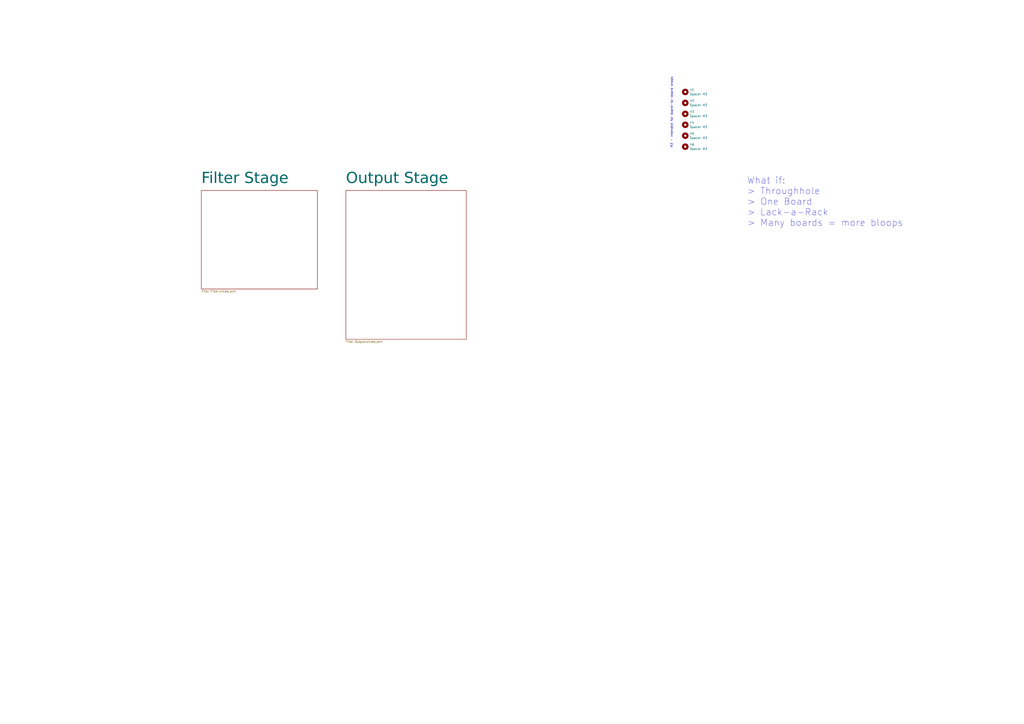
<source format=kicad_sch>
(kicad_sch (version 20231120) (generator "eeschema") (generator_version "8.0")
  (paper "A2")
  (title_block (title "Basiq Explorer") (date "2024-11-07") (rev "1.0") (company "velvia-fifty") (comment 1 "https://github.com/velvia-fifty/AudioThings") (comment 2 "If you only sent just one to the fab...") (comment 4 "Stay humble"))
  (lib_symbols
    (symbol "AT-Symbols:EURO_Express_x4" (in_bom no)
      (property "Reference" "J" (at 1.27 2.032 0))
      (symbol "EURO_Express_x4_0_0"
        (pin passive line (at 43.18 2.54 180) (length 2.54) (name "PRSNT_A") (number "A1"))
        (pin bidirectional line (at 43.18 -33.02 180) (length 2.54) (name "EURO_CV") (number "A10"))
        (pin passive line (at 43.18 -35.56 180) (length 2.54) (name "GND") (number "A11"))
        (pin power_out line (at 43.18 -40.64 180) (length 2.54) (name "USB_5V") (number "A12"))
        (pin bidirectional line (at 43.18 -43.18 180) (length 2.54) (name "USB_D-") (number "A13"))
        (pin bidirectional line (at 43.18 -52.07 180) (length 2.54) (name "Audio_Out_A") (number "A14"))
        (pin passive line (at 43.18 -54.61 180) (length 2.54) (name "GND") (number "A15"))
        (pin bidirectional line (at 43.18 -57.15 180) (length 2.54) (name "Audio_Out_B") (number "A16"))
        (pin passive line (at 43.18 -59.69 180) (length 2.54) (name "GND") (number "A17"))
        (pin bidirectional line (at 43.18 -62.23 180) (length 2.54) (name "Audio_Out_C") (number "A18"))
        (pin passive line (at 43.18 -64.77 180) (length 2.54) (name "GND") (number "A19"))
        (pin power_in line (at 43.18 -7.62 180) (length 2.54) (name "+5V") (number "A2"))
        (pin bidirectional line (at 43.18 -67.31 180) (length 2.54) (name "Audio_Out_D") (number "A20"))
        (pin passive line (at 43.18 -69.85 180) (length 2.54) (name "GND") (number "A21"))
        (pin passive line (at 43.18 -78.74 180) (length 2.54) (name "GND") (number "A23"))
        (pin passive line (at 43.18 -81.28 180) (length 2.54) (name "GND") (number "A26"))
        (pin passive line (at 43.18 -10.16 180) (length 2.54) (name "GND") (number "A3"))
        (pin power_in line (at 43.18 -12.7 180) (length 2.54) (name "+12V") (number "A4"))
        (pin passive line (at 43.18 -15.24 180) (length 2.54) (name "GND") (number "A5"))
        (pin passive line (at 43.18 -17.78 180) (length 2.54) (name "GND") (number "A6"))
        (pin power_in line (at 43.18 -20.32 180) (length 2.54) (name "-12V") (number "A7"))
        (pin passive line (at 43.18 -22.86 180) (length 2.54) (name "GND") (number "A8"))
        (pin bidirectional line (at 43.18 -30.48 180) (length 2.54) (name "EURO_GATE") (number "A9"))
        (pin passive line (at 8.89 -5.08 0) (length 2.54) (name "GND") (number "B1"))
        (pin bidirectional line (at 8.89 -33.02 0) (length 2.54) (name "OUT_CV") (number "B10"))
        (pin passive line (at 8.89 -35.56 0) (length 2.54) (name "GND") (number "B11"))
        (pin bidirectional line (at 8.89 -40.64 0) (length 2.54) (name "USB_D+") (number "B12"))
        (pin passive line (at 8.89 -43.18 0) (length 2.54) (name "GND") (number "B13"))
        (pin passive line (at 8.89 -52.07 0) (length 2.54) (name "GND") (number "B14"))
        (pin bidirectional line (at 8.89 -54.61 0) (length 2.54) (name "Audio_In_A") (number "B15"))
        (pin passive line (at 8.89 -57.15 0) (length 2.54) (name "GND") (number "B16"))
        (pin bidirectional line (at 8.89 -59.69 0) (length 2.54) (name "Audio_In_B") (number "B17"))
        (pin passive line (at 8.89 -62.23 0) (length 2.54) (name "GND") (number "B18"))
        (pin bidirectional line (at 8.89 -64.77 0) (length 2.54) (name "Audio_In_C") (number "B19"))
        (pin power_in line (at 8.89 -7.62 0) (length 2.54) (name "+5V") (number "B2"))
        (pin passive line (at 8.89 -67.31 0) (length 2.54) (name "GND") (number "B20"))
        (pin bidirectional line (at 8.89 -69.85 0) (length 2.54) (name "Audio_In_D") (number "B21"))
        (pin passive line (at 8.89 -81.28 0) (length 2.54) (name "GND") (number "B26"))
        (pin passive line (at 8.89 -10.16 0) (length 2.54) (name "GND") (number "B3"))
        (pin passive line (at 8.89 -83.82 0) (length 2.54) (name "GND") (number "B32"))
        (pin power_in line (at 8.89 -12.7 0) (length 2.54) (name "+12V") (number "B4"))
        (pin passive line (at 8.89 -15.24 0) (length 2.54) (name "GND") (number "B5"))
        (pin passive line (at 8.89 -17.78 0) (length 2.54) (name "GND") (number "B6"))
        (pin power_in line (at 8.89 -20.32 0) (length 2.54) (name "-12V") (number "B7"))
        (pin passive line (at 8.89 -22.86 0) (length 2.54) (name "GND") (number "B8"))
        (pin bidirectional line (at 8.89 -30.48 0) (length 2.54) (name "OUT_GATE") (number "B9"))
      )
      (symbol "EURO_Express_x4_1_1"
        (rectangle (start 11.43 5.08) (end 43.18 -105.41) (stroke (width 0) (color 72 0 0 1)))
        (pin passive line (at 43.18 0 180) (length 2.54) (name "PRSNT_B") (number "B31"))
      )
    )
    (symbol "Amplifier_Operational:TL072" (pin_names (offset 0.127))
      (property "Reference" "U" (at 0 5.08 0))
      (property "Value" "TL072" (at 0 -5.08 0))
      (symbol "TL072_1_1"
        (polyline (pts (xy -5.08 5.08) (xy 5.08 0) (xy -5.08 -5.08) (xy -5.08 5.08)) (stroke (width 0.254)) (fill (type background)))
        (pin output line (at 7.62 0 180) (length 2.54) (name "~") (number "1"))
        (pin input line (at -7.62 -2.54 0) (length 2.54) (name "-") (number "2"))
        (pin input line (at -7.62 2.54 0) (length 2.54) (name "+") (number "3"))
      )
      (symbol "TL072_2_1"
        (polyline (pts (xy -5.08 5.08) (xy 5.08 0) (xy -5.08 -5.08) (xy -5.08 5.08)) (stroke (width 0.254)) (fill (type background)))
        (pin input line (at -7.62 2.54 0) (length 2.54) (name "+") (number "5"))
        (pin input line (at -7.62 -2.54 0) (length 2.54) (name "-") (number "6"))
        (pin output line (at 7.62 0 180) (length 2.54) (name "~") (number "7"))
      )
      (symbol "TL072_3_1"
        (pin power_in line (at -2.54 -7.62 90) (length 3.81) (name "V-") (number "4"))
        (pin power_in line (at -2.54 7.62 270) (length 3.81) (name "V+") (number "8"))
      )
    )
    (symbol "Connector:DIN41612_02x32_AB" (pin_names (offset 1.016) hide)
      (property "Reference" "J" (at 1.27 40.64 0))
      (property "Value" "DIN41612_02x32_AB" (at 1.27 -43.18 0))
      (symbol "DIN41612_02x32_AB_1_1"
        (rectangle (start -1.27 -40.513) (end 0 -40.767) (stroke (width 0.1524)))
        (rectangle (start -1.27 -37.973) (end 0 -38.227) (stroke (width 0.1524)))
        (rectangle (start -1.27 -35.433) (end 0 -35.687) (stroke (width 0.1524)))
        (rectangle (start -1.27 -32.893) (end 0 -33.147) (stroke (width 0.1524)))
        (rectangle (start -1.27 -30.353) (end 0 -30.607) (stroke (width 0.1524)))
        (rectangle (start -1.27 -27.813) (end 0 -28.067) (stroke (width 0.1524)))
        (rectangle (start -1.27 -25.273) (end 0 -25.527) (stroke (width 0.1524)))
        (rectangle (start -1.27 -22.733) (end 0 -22.987) (stroke (width 0.1524)))
        (rectangle (start -1.27 -20.193) (end 0 -20.447) (stroke (width 0.1524)))
        (rectangle (start -1.27 -17.653) (end 0 -17.907) (stroke (width 0.1524)))
        (rectangle (start -1.27 -15.113) (end 0 -15.367) (stroke (width 0.1524)))
        (rectangle (start -1.27 -12.573) (end 0 -12.827) (stroke (width 0.1524)))
        (rectangle (start -1.27 -10.033) (end 0 -10.287) (stroke (width 0.1524)))
        (rectangle (start -1.27 -7.493) (end 0 -7.747) (stroke (width 0.1524)))
        (rectangle (start -1.27 -4.953) (end 0 -5.207) (stroke (width 0.1524)))
        (rectangle (start -1.27 -2.413) (end 0 -2.667) (stroke (width 0.1524)))
        (rectangle (start -1.27 0.127) (end 0 -0.127) (stroke (width 0.1524)))
        (rectangle (start -1.27 2.667) (end 0 2.413) (stroke (width 0.1524)))
        (rectangle (start -1.27 5.207) (end 0 4.953) (stroke (width 0.1524)))
        (rectangle (start -1.27 7.747) (end 0 7.493) (stroke (width 0.1524)))
        (rectangle (start -1.27 10.287) (end 0 10.033) (stroke (width 0.1524)))
        (rectangle (start -1.27 12.827) (end 0 12.573) (stroke (width 0.1524)))
        (rectangle (start -1.27 15.367) (end 0 15.113) (stroke (width 0.1524)))
        (rectangle (start -1.27 17.907) (end 0 17.653) (stroke (width 0.1524)))
        (rectangle (start -1.27 20.447) (end 0 20.193) (stroke (width 0.1524)))
        (rectangle (start -1.27 22.987) (end 0 22.733) (stroke (width 0.1524)))
        (rectangle (start -1.27 25.527) (end 0 25.273) (stroke (width 0.1524)))
        (rectangle (start -1.27 28.067) (end 0 27.813) (stroke (width 0.1524)))
        (rectangle (start -1.27 30.607) (end 0 30.353) (stroke (width 0.1524)))
        (rectangle (start -1.27 33.147) (end 0 32.893) (stroke (width 0.1524)))
        (rectangle (start -1.27 35.687) (end 0 35.433) (stroke (width 0.1524)))
        (rectangle (start -1.27 38.227) (end 0 37.973) (stroke (width 0.1524)))
        (rectangle (start -1.27 39.37) (end 3.81 -41.91) (stroke (width 0.254)) (fill (type background)))
        (rectangle (start 3.81 -40.513) (end 2.54 -40.767) (stroke (width 0.1524)))
        (rectangle (start 3.81 -37.973) (end 2.54 -38.227) (stroke (width 0.1524)))
        (rectangle (start 3.81 -35.433) (end 2.54 -35.687) (stroke (width 0.1524)))
        (rectangle (start 3.81 -32.893) (end 2.54 -33.147) (stroke (width 0.1524)))
        (rectangle (start 3.81 -30.353) (end 2.54 -30.607) (stroke (width 0.1524)))
        (rectangle (start 3.81 -27.813) (end 2.54 -28.067) (stroke (width 0.1524)))
        (rectangle (start 3.81 -25.273) (end 2.54 -25.527) (stroke (width 0.1524)))
        (rectangle (start 3.81 -22.733) (end 2.54 -22.987) (stroke (width 0.1524)))
        (rectangle (start 3.81 -20.193) (end 2.54 -20.447) (stroke (width 0.1524)))
        (rectangle (start 3.81 -17.653) (end 2.54 -17.907) (stroke (width 0.1524)))
        (rectangle (start 3.81 -15.113) (end 2.54 -15.367) (stroke (width 0.1524)))
        (rectangle (start 3.81 -12.573) (end 2.54 -12.827) (stroke (width 0.1524)))
        (rectangle (start 3.81 -10.033) (end 2.54 -10.287) (stroke (width 0.1524)))
        (rectangle (start 3.81 -7.493) (end 2.54 -7.747) (stroke (width 0.1524)))
        (rectangle (start 3.81 -4.953) (end 2.54 -5.207) (stroke (width 0.1524)))
        (rectangle (start 3.81 -2.413) (end 2.54 -2.667) (stroke (width 0.1524)))
        (rectangle (start 3.81 0.127) (end 2.54 -0.127) (stroke (width 0.1524)))
        (rectangle (start 3.81 2.667) (end 2.54 2.413) (stroke (width 0.1524)))
        (rectangle (start 3.81 5.207) (end 2.54 4.953) (stroke (width 0.1524)))
        (rectangle (start 3.81 7.747) (end 2.54 7.493) (stroke (width 0.1524)))
        (rectangle (start 3.81 10.287) (end 2.54 10.033) (stroke (width 0.1524)))
        (rectangle (start 3.81 12.827) (end 2.54 12.573) (stroke (width 0.1524)))
        (rectangle (start 3.81 15.367) (end 2.54 15.113) (stroke (width 0.1524)))
        (rectangle (start 3.81 17.907) (end 2.54 17.653) (stroke (width 0.1524)))
        (rectangle (start 3.81 20.447) (end 2.54 20.193) (stroke (width 0.1524)))
        (rectangle (start 3.81 22.987) (end 2.54 22.733) (stroke (width 0.1524)))
        (rectangle (start 3.81 25.527) (end 2.54 25.273) (stroke (width 0.1524)))
        (rectangle (start 3.81 28.067) (end 2.54 27.813) (stroke (width 0.1524)))
        (rectangle (start 3.81 30.607) (end 2.54 30.353) (stroke (width 0.1524)))
        (rectangle (start 3.81 33.147) (end 2.54 32.893) (stroke (width 0.1524)))
        (rectangle (start 3.81 35.687) (end 2.54 35.433) (stroke (width 0.1524)))
        (rectangle (start 3.81 38.227) (end 2.54 37.973) (stroke (width 0.1524)))
        (pin passive line (at -5.08 38.1 0) (length 3.81) (name "Pin_a1") (number "a1"))
        (pin passive line (at -5.08 15.24 0) (length 3.81) (name "Pin_a10") (number "a10"))
        (pin passive line (at -5.08 12.7 0) (length 3.81) (name "Pin_a11") (number "a11"))
        (pin passive line (at -5.08 10.16 0) (length 3.81) (name "Pin_a12") (number "a12"))
        (pin passive line (at -5.08 7.62 0) (length 3.81) (name "Pin_a13") (number "a13"))
        (pin passive line (at -5.08 5.08 0) (length 3.81) (name "Pin_a14") (number "a14"))
        (pin passive line (at -5.08 2.54 0) (length 3.81) (name "Pin_a15") (number "a15"))
        (pin passive line (at -5.08 0 0) (length 3.81) (name "Pin_a16") (number "a16"))
        (pin passive line (at -5.08 -2.54 0) (length 3.81) (name "Pin_a17") (number "a17"))
        (pin passive line (at -5.08 -5.08 0) (length 3.81) (name "Pin_a18") (number "a18"))
        (pin passive line (at -5.08 -7.62 0) (length 3.81) (name "Pin_a19") (number "a19"))
        (pin passive line (at -5.08 35.56 0) (length 3.81) (name "Pin_a2") (number "a2"))
        (pin passive line (at -5.08 -10.16 0) (length 3.81) (name "Pin_a20") (number "a20"))
        (pin passive line (at -5.08 -12.7 0) (length 3.81) (name "Pin_a21") (number "a21"))
        (pin passive line (at -5.08 -15.24 0) (length 3.81) (name "Pin_a22") (number "a22"))
        (pin passive line (at -5.08 -17.78 0) (length 3.81) (name "Pin_a23") (number "a23"))
        (pin passive line (at -5.08 -20.32 0) (length 3.81) (name "Pin_a24") (number "a24"))
        (pin passive line (at -5.08 -22.86 0) (length 3.81) (name "Pin_a25") (number "a25"))
        (pin passive line (at -5.08 -25.4 0) (length 3.81) (name "Pin_a26") (number "a26"))
        (pin passive line (at -5.08 -27.94 0) (length 3.81) (name "Pin_a27") (number "a27"))
        (pin passive line (at -5.08 -30.48 0) (length 3.81) (name "Pin_a28") (number "a28"))
        (pin passive line (at -5.08 -33.02 0) (length 3.81) (name "Pin_a29") (number "a29"))
        (pin passive line (at -5.08 33.02 0) (length 3.81) (name "Pin_a3") (number "a3"))
        (pin passive line (at -5.08 -35.56 0) (length 3.81) (name "Pin_a30") (number "a30"))
        (pin passive line (at -5.08 -38.1 0) (length 3.81) (name "Pin_a31") (number "a31"))
        (pin passive line (at -5.08 -40.64 0) (length 3.81) (name "Pin_a32") (number "a32"))
        (pin passive line (at -5.08 30.48 0) (length 3.81) (name "Pin_a4") (number "a4"))
        (pin passive line (at -5.08 27.94 0) (length 3.81) (name "Pin_a5") (number "a5"))
        (pin passive line (at -5.08 25.4 0) (length 3.81) (name "Pin_a6") (number "a6"))
        (pin passive line (at -5.08 22.86 0) (length 3.81) (name "Pin_a7") (number "a7"))
        (pin passive line (at -5.08 20.32 0) (length 3.81) (name "Pin_a8") (number "a8"))
        (pin passive line (at -5.08 17.78 0) (length 3.81) (name "Pin_a9") (number "a9"))
        (pin passive line (at 7.62 38.1 180) (length 3.81) (name "Pin_b1") (number "b1"))
        (pin passive line (at 7.62 15.24 180) (length 3.81) (name "Pin_b10") (number "b10"))
        (pin passive line (at 7.62 12.7 180) (length 3.81) (name "Pin_b11") (number "b11"))
        (pin passive line (at 7.62 10.16 180) (length 3.81) (name "Pin_b12") (number "b12"))
        (pin passive line (at 7.62 7.62 180) (length 3.81) (name "Pin_b13") (number "b13"))
        (pin passive line (at 7.62 5.08 180) (length 3.81) (name "Pin_b14") (number "b14"))
        (pin passive line (at 7.62 2.54 180) (length 3.81) (name "Pin_b15") (number "b15"))
        (pin passive line (at 7.62 0 180) (length 3.81) (name "Pin_b16") (number "b16"))
        (pin passive line (at 7.62 -2.54 180) (length 3.81) (name "Pin_b17") (number "b17"))
        (pin passive line (at 7.62 -5.08 180) (length 3.81) (name "Pin_b18") (number "b18"))
        (pin passive line (at 7.62 -7.62 180) (length 3.81) (name "Pin_b19") (number "b19"))
        (pin passive line (at 7.62 35.56 180) (length 3.81) (name "Pin_b2") (number "b2"))
        (pin passive line (at 7.62 -10.16 180) (length 3.81) (name "Pin_b20") (number "b20"))
        (pin passive line (at 7.62 -12.7 180) (length 3.81) (name "Pin_b21") (number "b21"))
        (pin passive line (at 7.62 -15.24 180) (length 3.81) (name "Pin_b22") (number "b22"))
        (pin passive line (at 7.62 -17.78 180) (length 3.81) (name "Pin_b23") (number "b23"))
        (pin passive line (at 7.62 -20.32 180) (length 3.81) (name "Pin_b24") (number "b24"))
        (pin passive line (at 7.62 -22.86 180) (length 3.81) (name "Pin_b25") (number "b25"))
        (pin passive line (at 7.62 -25.4 180) (length 3.81) (name "Pin_b26") (number "b26"))
        (pin passive line (at 7.62 -27.94 180) (length 3.81) (name "Pin_b27") (number "b27"))
        (pin passive line (at 7.62 -30.48 180) (length 3.81) (name "Pin_b28") (number "b28"))
        (pin passive line (at 7.62 -33.02 180) (length 3.81) (name "Pin_b29") (number "b29"))
        (pin passive line (at 7.62 33.02 180) (length 3.81) (name "Pin_b3") (number "b3"))
        (pin passive line (at 7.62 -35.56 180) (length 3.81) (name "Pin_b30") (number "b30"))
        (pin passive line (at 7.62 -38.1 180) (length 3.81) (name "Pin_b31") (number "b31"))
        (pin passive line (at 7.62 -40.64 180) (length 3.81) (name "Pin_b32") (number "b32"))
        (pin passive line (at 7.62 30.48 180) (length 3.81) (name "Pin_b4") (number "b4"))
        (pin passive line (at 7.62 27.94 180) (length 3.81) (name "Pin_b5") (number "b5"))
        (pin passive line (at 7.62 25.4 180) (length 3.81) (name "Pin_b6") (number "b6"))
        (pin passive line (at 7.62 22.86 180) (length 3.81) (name "Pin_b7") (number "b7"))
        (pin passive line (at 7.62 20.32 180) (length 3.81) (name "Pin_b8") (number "b8"))
        (pin passive line (at 7.62 17.78 180) (length 3.81) (name "Pin_b9") (number "b9"))
      )
    )
    (symbol "Connector_Generic:Conn_02x08_Odd_Even" (pin_names (offset 1.016) hide)
      (property "Reference" "J" (at 1.27 10.16 0))
      (property "Value" "Conn_02x08_Odd_Even" (at 1.27 -12.7 0))
      (symbol "Conn_02x08_Odd_Even_1_1"
        (rectangle (start -1.27 -10.033) (end 0 -10.287) (stroke (width 0.1524)))
        (rectangle (start -1.27 -7.493) (end 0 -7.747) (stroke (width 0.1524)))
        (rectangle (start -1.27 -4.953) (end 0 -5.207) (stroke (width 0.1524)))
        (rectangle (start -1.27 -2.413) (end 0 -2.667) (stroke (width 0.1524)))
        (rectangle (start -1.27 0.127) (end 0 -0.127) (stroke (width 0.1524)))
        (rectangle (start -1.27 2.667) (end 0 2.413) (stroke (width 0.1524)))
        (rectangle (start -1.27 5.207) (end 0 4.953) (stroke (width 0.1524)))
        (rectangle (start -1.27 7.747) (end 0 7.493) (stroke (width 0.1524)))
        (rectangle (start -1.27 8.89) (end 3.81 -11.43) (stroke (width 0.254)) (fill (type background)))
        (rectangle (start 3.81 -10.033) (end 2.54 -10.287) (stroke (width 0.1524)))
        (rectangle (start 3.81 -7.493) (end 2.54 -7.747) (stroke (width 0.1524)))
        (rectangle (start 3.81 -4.953) (end 2.54 -5.207) (stroke (width 0.1524)))
        (rectangle (start 3.81 -2.413) (end 2.54 -2.667) (stroke (width 0.1524)))
        (rectangle (start 3.81 0.127) (end 2.54 -0.127) (stroke (width 0.1524)))
        (rectangle (start 3.81 2.667) (end 2.54 2.413) (stroke (width 0.1524)))
        (rectangle (start 3.81 5.207) (end 2.54 4.953) (stroke (width 0.1524)))
        (rectangle (start 3.81 7.747) (end 2.54 7.493) (stroke (width 0.1524)))
        (pin passive line (at -5.08 7.62 0) (length 3.81) (name "Pin_1") (number "1"))
        (pin passive line (at 7.62 -2.54 180) (length 3.81) (name "Pin_10") (number "10"))
        (pin passive line (at -5.08 -5.08 0) (length 3.81) (name "Pin_11") (number "11"))
        (pin passive line (at 7.62 -5.08 180) (length 3.81) (name "Pin_12") (number "12"))
        (pin passive line (at -5.08 -7.62 0) (length 3.81) (name "Pin_13") (number "13"))
        (pin passive line (at 7.62 -7.62 180) (length 3.81) (name "Pin_14") (number "14"))
        (pin passive line (at -5.08 -10.16 0) (length 3.81) (name "Pin_15") (number "15"))
        (pin passive line (at 7.62 -10.16 180) (length 3.81) (name "Pin_16") (number "16"))
        (pin passive line (at 7.62 7.62 180) (length 3.81) (name "Pin_2") (number "2"))
        (pin passive line (at -5.08 5.08 0) (length 3.81) (name "Pin_3") (number "3"))
        (pin passive line (at 7.62 5.08 180) (length 3.81) (name "Pin_4") (number "4"))
        (pin passive line (at -5.08 2.54 0) (length 3.81) (name "Pin_5") (number "5"))
        (pin passive line (at 7.62 2.54 180) (length 3.81) (name "Pin_6") (number "6"))
        (pin passive line (at -5.08 0 0) (length 3.81) (name "Pin_7") (number "7"))
        (pin passive line (at 7.62 0 180) (length 3.81) (name "Pin_8") (number "8"))
        (pin passive line (at -5.08 -2.54 0) (length 3.81) (name "Pin_9") (number "9"))
      )
    )
    (symbol "Device:C" (pin_numbers hide) (pin_names (offset 0.254))
      (property "Reference" "C" (at 0.635 2.54 0))
      (property "Value" "C" (at 0.635 -2.54 0))
      (symbol "C_0_1"
        (polyline (pts (xy -2.032 -0.762) (xy 2.032 -0.762)) (stroke (width 0.508)))
        (polyline (pts (xy -2.032 0.762) (xy 2.032 0.762)) (stroke (width 0.508)))
      )
      (symbol "C_1_1"
        (pin passive line (at 0 3.81 270) (length 2.794) (name "~") (number "1"))
        (pin passive line (at 0 -3.81 90) (length 2.794) (name "~") (number "2"))
      )
    )
    (symbol "Device:LED" (pin_numbers hide) (pin_names (offset 1.016) hide)
      (property "Reference" "D" (at 0 2.54 0))
      (property "Value" "LED" (at 0 -2.54 0))
      (symbol "LED_0_1"
        (polyline (pts (xy -1.27 -1.27) (xy -1.27 1.27)) (stroke (width 0.254)))
        (polyline (pts (xy -1.27 0) (xy 1.27 0)))
        (polyline (pts (xy 1.27 -1.27) (xy 1.27 1.27) (xy -1.27 0) (xy 1.27 -1.27)) (stroke (width 0.254)))
        (polyline (pts (xy -3.048 -0.762) (xy -4.572 -2.286) (xy -3.81 -2.286) (xy -4.572 -2.286) (xy -4.572 -1.524)))
        (polyline (pts (xy -1.778 -0.762) (xy -3.302 -2.286) (xy -2.54 -2.286) (xy -3.302 -2.286) (xy -3.302 -1.524)))
      )
      (symbol "LED_1_1"
        (pin passive line (at -3.81 0 0) (length 2.54) (name "K") (number "1"))
        (pin passive line (at 3.81 0 180) (length 2.54) (name "A") (number "2"))
      )
    )
    (symbol "Device:R" (pin_numbers hide) (pin_names (offset 0))
      (property "Reference" "R" (at 2.032 0 90))
      (property "Value" "R" (at 0 0 90))
      (symbol "R_0_1"
        (rectangle (start -1.016 -2.54) (end 1.016 2.54) (stroke (width 0.254)))
      )
      (symbol "R_1_1"
        (pin passive line (at 0 3.81 270) (length 1.27) (name "~") (number "1"))
        (pin passive line (at 0 -3.81 90) (length 1.27) (name "~") (number "2"))
      )
    )
    (symbol "Mechanical:MountingHole" (pin_names (offset 1.016)) (exclude_from_sim yes) (in_bom no)
      (property "Reference" "H" (at 0 5.08 0))
      (property "Value" "MountingHole" (at 0 3.175 0))
      (symbol "MountingHole_0_1"
        (circle (center 0 0) (radius 1.27) (stroke (width 1.27)))
      )
    )
    (symbol "power:+12V" (power) (pin_numbers hide) (pin_names (offset 0) hide)
      (property "Value" "+12V" (at 0 3.556 0))
      (symbol "+12V_0_1"
        (polyline (pts (xy -0.762 1.27) (xy 0 2.54)))
        (polyline (pts (xy 0 0) (xy 0 2.54)))
        (polyline (pts (xy 0 2.54) (xy 0.762 1.27)))
      )
      (symbol "+12V_1_1"
        (pin power_in line (at 0 0 90) (length 0) (name "~") (number "1"))
      )
    )
    (symbol "power:+5V" (power) (pin_numbers hide) (pin_names (offset 0) hide)
      (property "Value" "+5V" (at 0 3.556 0))
      (symbol "+5V_0_1"
        (polyline (pts (xy -0.762 1.27) (xy 0 2.54)))
        (polyline (pts (xy 0 0) (xy 0 2.54)))
        (polyline (pts (xy 0 2.54) (xy 0.762 1.27)))
      )
      (symbol "+5V_1_1"
        (pin power_in line (at 0 0 90) (length 0) (name "~") (number "1"))
      )
    )
    (symbol "power:-12V" (power) (pin_numbers hide) (pin_names (offset 0) hide)
      (property "Value" "-12V" (at 0 3.556 0))
      (symbol "-12V_0_0"
        (pin power_in line (at 0 0 90) (length 0) (name "~") (number "1"))
      )
      (symbol "-12V_0_1"
        (polyline (pts (xy 0 0) (xy 0 1.27) (xy 0.762 1.27) (xy 0 2.54) (xy -0.762 1.27) (xy 0 1.27)) (fill (type outline)))
      )
    )
    (symbol "power:GND" (power) (pin_numbers hide) (pin_names (offset 0) hide)
      (property "Value" "GND" (at 0 -3.81 0))
      (symbol "GND_0_1"
        (polyline (pts (xy 0 0) (xy 0 -1.27) (xy 1.27 -1.27) (xy 0 -2.54) (xy -1.27 -1.27) (xy 0 -1.27)))
      )
      (symbol "GND_1_1"
        (pin power_in line (at 0 0 270) (length 0) (name "~") (number "1"))
      )
    )
  )
  (junction (at 337.82 -133.35))
  (junction (at 379.73 -128.27))
  (junction (at 379.73 -133.35))
  (junction (at 337.82 -128.27))
  (junction (at 454.66 -208.28))
  (junction (at 328.93 -130.81))
  (junction (at 486.41 -208.28))
  (junction (at 379.73 -135.89))
  (junction (at 337.82 -135.89))
  (junction (at 304.8 -130.81))
  (junction (at 332.74 -157.48))
  (junction (at 328.93 -144.78))
  (junction (at 337.82 -140.97))
  (junction (at 304.8 -144.78))
  (junction (at 328.93 -127))
  (junction (at 516.89 -208.28))
  (wire (pts (xy 170.18 -125.73) (xy 172.72 -125.73)))
  (wire (pts (xy 185.42 -105.41) (xy 187.96 -105.41)))
  (wire (pts (xy 337.82 -146.05) (xy 337.82 -140.97)))
  (wire (pts (xy 377.19 -133.35) (xy 379.73 -133.35)))
  (wire (pts (xy 516.89 -200.66) (xy 516.89 -198.12)))
  (wire (pts (xy 467.36 -198.12) (xy 467.36 -200.66)))
  (wire (pts (xy 405.13 -161.29) (xy 405.13 -166.37)))
  (wire (pts (xy 332.74 -143.51) (xy 342.9 -143.51)))
  (wire (pts (xy 170.18 -107.95) (xy 172.72 -107.95)))
  (wire (pts (xy 187.96 -102.87) (xy 185.42 -102.87)))
  (wire (pts (xy 187.96 -100.33) (xy 185.42 -100.33)))
  (wire (pts (xy 304.8 -157.48) (xy 304.8 -144.78)))
  (wire (pts (xy 170.18 -140.97) (xy 172.72 -140.97)))
  (wire (pts (xy 187.96 -176.53) (xy 185.42 -176.53)))
  (wire (pts (xy 309.88 -217.17) (xy 313.69 -217.17)))
  (polyline (pts (xy 162.56 -113.03) (xy 218.44 -113.03)))
  (wire (pts (xy 170.18 -153.67) (xy 172.72 -153.67)))
  (wire (pts (xy 187.96 -171.45) (xy 185.42 -171.45)))
  (wire (pts (xy 379.73 -133.35) (xy 379.73 -128.27)))
  (wire (pts (xy 187.96 -113.03) (xy 185.42 -113.03)))
  (wire (pts (xy 516.89 -198.12) (xy 529.59 -198.12)))
  (wire (pts (xy 499.11 -198.12) (xy 499.11 -200.66)))
  (wire (pts (xy 337.82 -128.27) (xy 337.82 -127)))
  (wire (pts (xy 187.96 -166.37) (xy 185.42 -166.37)))
  (wire (pts (xy 337.82 -133.35) (xy 337.82 -128.27)))
  (wire (pts (xy 187.96 -115.57) (xy 185.42 -115.57)))
  (wire (pts (xy 379.73 -135.89) (xy 379.73 -133.35)))
  (wire (pts (xy 187.96 -133.35) (xy 185.42 -133.35)))
  (wire (pts (xy 187.96 -146.05) (xy 185.42 -146.05)))
  (wire (pts (xy 187.96 -140.97) (xy 185.42 -140.97)))
  (wire (pts (xy 309.88 -222.25) (xy 313.69 -222.25)))
  (wire (pts (xy 187.96 -148.59) (xy 185.42 -148.59)))
  (wire (pts (xy 454.66 -208.28) (xy 477.52 -208.28)))
  (wire (pts (xy 454.66 -198.12) (xy 467.36 -198.12)))
  (wire (pts (xy 170.18 -161.29) (xy 172.72 -161.29)))
  (wire (pts (xy 187.96 -143.51) (xy 185.42 -143.51)))
  (wire (pts (xy 337.82 -140.97) (xy 337.82 -135.89)))
  (wire (pts (xy 337.82 -135.89) (xy 337.82 -133.35)))
  (wire (pts (xy 486.41 -198.12) (xy 499.11 -198.12)))
  (wire (pts (xy 392.43 -166.37) (xy 394.97 -166.37)))
  (wire (pts (xy 379.73 -140.97) (xy 379.73 -135.89)))
  (wire (pts (xy 170.18 -128.27) (xy 172.72 -128.27)))
  (wire (pts (xy 516.89 -218.44) (xy 529.59 -218.44)))
  (wire (pts (xy 330.2 -217.17) (xy 326.39 -217.17)))
  (wire (pts (xy 170.18 -123.19) (xy 172.72 -123.19)))
  (wire (pts (xy 342.9 -140.97) (xy 337.82 -140.97)))
  (wire (pts (xy 516.89 -208.28) (xy 539.75 -208.28)))
  (wire (pts (xy 187.96 -173.99) (xy 185.42 -173.99)))
  (wire (pts (xy 388.62 -143.51) (xy 377.19 -143.51)))
  (wire (pts (xy 405.13 -166.37) (xy 402.59 -166.37)))
  (wire (pts (xy 187.96 -130.81) (xy 185.42 -130.81)))
  (wire (pts (xy 328.93 -144.78) (xy 322.58 -144.78)))
  (wire (pts (xy 187.96 -118.11) (xy 185.42 -118.11)))
  (wire (pts (xy 312.42 -144.78) (xy 314.96 -144.78)))
  (wire (pts (xy 170.18 -105.41) (xy 172.72 -105.41)))
  (wire (pts (xy 170.18 -171.45) (xy 172.72 -171.45)))
  (wire (pts (xy 337.82 -127) (xy 328.93 -127)))
  (wire (pts (xy 170.18 -100.33) (xy 172.72 -100.33)))
  (wire (pts (xy 309.88 -229.87) (xy 313.69 -229.87)))
  (wire (pts (xy 499.11 -218.44) (xy 499.11 -215.9)))
  (wire (pts (xy 379.73 -128.27) (xy 377.19 -128.27)))
  (wire (pts (xy 322.58 -157.48) (xy 332.74 -157.48)))
  (wire (pts (xy 377.19 -140.97) (xy 379.73 -140.97)))
  (wire (pts (xy 187.96 -128.27) (xy 185.42 -128.27)))
  (wire (pts (xy 187.96 -138.43) (xy 185.42 -138.43)))
  (wire (pts (xy 187.96 -107.95) (xy 185.42 -107.95)))
  (wire (pts (xy 187.96 -120.65) (xy 185.42 -120.65)))
  (wire (pts (xy 187.96 -158.75) (xy 185.42 -158.75)))
  (wire (pts (xy 304.8 -144.78) (xy 304.8 -130.81)))
  (wire (pts (xy 342.9 -138.43) (xy 328.93 -138.43)))
  (wire (pts (xy 377.19 -135.89) (xy 379.73 -135.89)))
  (wire (pts (xy 170.18 -133.35) (xy 172.72 -133.35)))
  (wire (pts (xy 185.42 -179.07) (xy 187.96 -179.07)))
  (wire (pts (xy 332.74 -157.48) (xy 332.74 -143.51)))
  (wire (pts (xy 187.96 -156.21) (xy 185.42 -156.21)))
  (wire (pts (xy 187.96 -125.73) (xy 185.42 -125.73)))
  (wire (pts (xy 170.18 -173.99) (xy 172.72 -173.99)))
  (wire (pts (xy 170.18 -158.75) (xy 172.72 -158.75)))
  (wire (pts (xy 388.62 -130.81) (xy 377.19 -130.81)))
  (wire (pts (xy 170.18 -146.05) (xy 172.72 -146.05)))
  (wire (pts (xy 309.88 -214.63) (xy 313.69 -214.63)))
  (polyline (pts (xy 162.56 -128.27) (xy 218.44 -128.27)))
  (wire (pts (xy 187.96 -168.91) (xy 185.42 -168.91)))
  (wire (pts (xy 170.18 -166.37) (xy 172.72 -166.37)))
  (wire (pts (xy 486.41 -218.44) (xy 499.11 -218.44)))
  (wire (pts (xy 342.9 -146.05) (xy 337.82 -146.05)))
  (wire (pts (xy 309.88 -219.71) (xy 313.69 -219.71)))
  (wire (pts (xy 312.42 -130.81) (xy 314.96 -130.81)))
  (wire (pts (xy 170.18 -118.11) (xy 172.72 -118.11)))
  (wire (pts (xy 170.18 -163.83) (xy 172.72 -163.83)))
  (wire (pts (xy 170.18 -156.21) (xy 172.72 -156.21)))
  (wire (pts (xy 187.96 -110.49) (xy 185.42 -110.49)))
  (wire (pts (xy 337.82 -128.27) (xy 342.9 -128.27)))
  (wire (pts (xy 170.18 -179.07) (xy 172.72 -179.07)))
  (wire (pts (xy 388.62 -161.29) (xy 405.13 -161.29)))
  (wire (pts (xy 529.59 -218.44) (xy 529.59 -215.9)))
  (wire (pts (xy 312.42 -157.48) (xy 314.96 -157.48)))
  (wire (pts (xy 330.2 -229.87) (xy 326.39 -229.87)))
  (wire (pts (xy 486.41 -200.66) (xy 486.41 -198.12)))
  (wire (pts (xy 486.41 -215.9) (xy 486.41 -218.44)))
  (wire (pts (xy 170.18 -148.59) (xy 172.72 -148.59)))
  (wire (pts (xy 383.54 -166.37) (xy 384.81 -166.37)))
  (wire (pts (xy 309.88 -224.79) (xy 313.69 -224.79)))
  (wire (pts (xy 187.96 -153.67) (xy 185.42 -153.67)))
  (wire (pts (xy 170.18 -115.57) (xy 172.72 -115.57)))
  (wire (pts (xy 187.96 -135.89) (xy 185.42 -135.89)))
  (wire (pts (xy 170.18 -151.13) (xy 172.72 -151.13)))
  (wire (pts (xy 309.88 -227.33) (xy 313.69 -227.33)))
  (wire (pts (xy 170.18 -138.43) (xy 172.72 -138.43)))
  (wire (pts (xy 467.36 -218.44) (xy 467.36 -215.9)))
  (wire (pts (xy 170.18 -176.53) (xy 172.72 -176.53)))
  (wire (pts (xy 330.2 -222.25) (xy 326.39 -222.25)))
  (wire (pts (xy 322.58 -130.81) (xy 328.93 -130.81)))
  (polyline (pts (xy 162.56 -148.59) (xy 218.44 -148.59)))
  (wire (pts (xy 454.66 -200.66) (xy 454.66 -198.12)))
  (wire (pts (xy 328.93 -138.43) (xy 328.93 -144.78)))
  (wire (pts (xy 304.8 -127) (xy 304.8 -130.81)))
  (wire (pts (xy 454.66 -215.9) (xy 454.66 -218.44)))
  (wire (pts (xy 342.9 -133.35) (xy 337.82 -133.35)))
  (wire (pts (xy 187.96 -123.19) (xy 185.42 -123.19)))
  (wire (pts (xy 377.19 -153.67) (xy 383.54 -153.67)))
  (wire (pts (xy 170.18 -135.89) (xy 172.72 -135.89)))
  (wire (pts (xy 388.62 -161.29) (xy 388.62 -151.13)))
  (wire (pts (xy 330.2 -227.33) (xy 326.39 -227.33)))
  (wire (pts (xy 170.18 -168.91) (xy 172.72 -168.91)))
  (wire (pts (xy 309.88 -212.09) (xy 313.69 -212.09)))
  (wire (pts (xy 529.59 -198.12) (xy 529.59 -200.66)))
  (wire (pts (xy 342.9 -135.89) (xy 337.82 -135.89)))
  (wire (pts (xy 170.18 -130.81) (xy 172.72 -130.81)))
  (wire (pts (xy 486.41 -208.28) (xy 509.27 -208.28)))
  (polyline (pts (xy 162.56 -153.67) (xy 218.44 -153.67)))
  (wire (pts (xy 330.2 -212.09) (xy 326.39 -212.09)))
  (wire (pts (xy 328.93 -127) (xy 304.8 -127)))
  (wire (pts (xy 328.93 -130.81) (xy 342.9 -130.81)))
  (wire (pts (xy 330.2 -219.71) (xy 326.39 -219.71)))
  (wire (pts (xy 454.66 -218.44) (xy 467.36 -218.44)))
  (wire (pts (xy 170.18 -102.87) (xy 172.72 -102.87)))
  (wire (pts (xy 187.96 -161.29) (xy 185.42 -161.29)))
  (wire (pts (xy 187.96 -163.83) (xy 185.42 -163.83)))
  (wire (pts (xy 330.2 -224.79) (xy 326.39 -224.79)))
  (wire (pts (xy 187.96 -151.13) (xy 185.42 -151.13)))
  (wire (pts (xy 170.18 -120.65) (xy 172.72 -120.65)))
  (wire (pts (xy 383.54 -166.37) (xy 383.54 -153.67)))
  (wire (pts (xy 392.43 -138.43) (xy 377.19 -138.43)))
  (wire (pts (xy 170.18 -143.51) (xy 172.72 -143.51)))
  (wire (pts (xy 170.18 -113.03) (xy 172.72 -113.03)))
  (wire (pts (xy 170.18 -110.49) (xy 172.72 -110.49)))
  (wire (pts (xy 516.89 -215.9) (xy 516.89 -218.44)))
  (wire (pts (xy 377.19 -151.13) (xy 388.62 -151.13)))
  (wire (pts (xy 330.2 -214.63) (xy 326.39 -214.63)))
  (text_box "https://hackaday.com/series_of_posts/logic-noise/\n\nPATH\nSAW -> TRI\nTRI -> FOLD\nFOLD -> VCF\nVCF -> VCA\n" (at 237.49 -46.99 0) (size 83.82 31.75) (effects (font (size 1.27 1.27)) (justify left top)))
  (text "M3 - Intended for board-to-board snaps" (at 389.636 65.278 90) (effects (font (size 1.27 1.27) (italic yes))))
  (text "USB" (at 205.994 -150.876 90) (effects (font (size 1.27 1.27) (italic yes))))
  (text "GPIO and Status" (at 207.01 -103.632 90) (effects (font (size 1.27 1.27) (italic yes))))
  (text "Audio I/O Bus" (at 207.01 -137.414 90) (effects (font (size 1.27 1.27) (italic yes))))
  (text "What if:\n> Throughhole\n> One Board\n> Lack-a-Rack\n> Many boards = more bloops" (at 433.324 117.094 0) (effects (font (size 3.81 3.81)) (justify left)))
  (text "I2C and UART\n" (at 207.264 -120.65 90) (effects (font (size 1.27 1.27) (italic yes))))
  (text "Notch" (at 215.138 -154.432 0) (effects (font (size 1.27 1.27) (italic yes))))
  (text "Euro Power" (at 214.884 -170.18 90) (effects (font (size 1.27 1.27) (italic yes))))
  (label "BUSY" (at 170.18 -102.87 180))
  (label "+12v" (at 170.18 -171.45 180))
  (label "+12v" (at 499.11 -218.44 0))
  (label "GND" (at 170.18 -143.51 180))
  (label "Audio_OUT_C" (at 170.18 -135.89 180))
  (label "GND" (at 477.52 -208.28 0))
  (label "GND" (at 187.96 -140.97 0))
  (label "GPIO 1" (at 170.18 -110.49 180))
  (label "GND" (at 330.2 -214.63 0))
  (label "Audio_IN_D" (at 187.96 -128.27 0))
  (label "I2C ID1" (at 170.18 -118.11 180))
  (label "PRSNT_A" (at 170.18 -179.07 180))
  (label "+5" (at 309.88 -224.79 180))
  (label "5V Port 1" (at 170.18 -151.13 180))
  (label "GND" (at 170.18 -161.29 180))
  (label "+12v" (at 529.59 -218.44 0))
  (label "GND" (at 170.18 -168.91 180))
  (label "GND" (at 170.18 -138.43 180))
  (label "I2C SDA" (at 170.18 -120.65 180))
  (label "-12v" (at 529.59 -198.12 0))
  (label "+5" (at 187.96 -176.53 0))
  (label "+12v" (at 309.88 -222.25 180))
  (label "GND" (at 170.18 -166.37 180))
  (label "GPIO 3" (at 170.18 -105.41 180))
  (label "-12v" (at 187.96 -163.83 0))
  (label "-12v" (at 309.88 -212.09 180))
  (label "GND" (at 187.96 -166.37 0))
  (label "GND" (at 309.88 -219.71 180))
  (label "GND" (at 187.96 -173.99 0))
  (label "CON_GATE" (at 330.2 -229.87 0))
  (label "D+ Port 1" (at 187.96 -151.13 0))
  (label "OUT_GATE 0" (at 187.96 -158.75 0))
  (label "GND" (at 309.88 -214.63 180))
  (label "+12v" (at 330.2 -222.25 0))
  (label "GND" (at 187.96 -153.67 0))
  (label "GND" (at 187.96 -179.07 0))
  (label "I2C2 SDA" (at 187.96 -113.03 0))
  (label "+12v" (at 187.96 -171.45 0))
  (label "Audio_OUT_B" (at 170.18 -140.97 180))
  (label "GND" (at 330.2 -219.71 0))
  (label "OUT_CV 0" (at 187.96 -156.21 0))
  (label "GND" (at 187.96 -146.05 0))
  (label "GND" (at 330.2 -217.17 0))
  (label "Audio_IN_A" (at 187.96 -143.51 0))
  (label "GND" (at 170.18 -133.35 180))
  (label "GND" (at 187.96 -100.33 0))
  (label "GND" (at 187.96 -148.59 0))
  (label "GPIO 5" (at 187.96 -107.95 0))
  (label "Audio_OUT_D" (at 170.18 -130.81 180))
  (label "I2C ID2" (at 187.96 -118.11 0))
  (label "UART TX" (at 170.18 -125.73 180))
  (label "+5" (at 170.18 -176.53 180))
  (label "GND" (at 187.96 -115.57 0))
  (label "GND" (at 309.88 -217.17 180))
  (label "UART RX" (at 187.96 -125.73 0))
  (label "CON_GATE 0" (at 170.18 -158.75 180))
  (label "CON_CV 0" (at 170.18 -156.21 180))
  (label "-12v" (at 170.18 -163.83 180))
  (label "GND" (at 187.96 -168.91 0))
  (label "GPIO 6" (at 187.96 -105.41 0))
  (label "Audio_IN_C" (at 187.96 -133.35 0))
  (label "GND" (at 170.18 -173.99 180))
  (label "GND" (at 170.18 -115.57 180))
  (label "-12v" (at 330.2 -212.09 0))
  (label "+12v" (at 467.36 -218.44 0))
  (label "D- Port 1" (at 170.18 -148.59 180))
  (label "PRSNT_B" (at 187.96 -102.87 0))
  (label "-12v" (at 467.36 -198.12 0))
  (label "GND" (at 539.75 -208.28 0))
  (label "CON_GATE" (at 309.88 -229.87 180))
  (label "I2C SCL" (at 187.96 -123.19 0))
  (label "GND" (at 187.96 -161.29 0))
  (label "GND" (at 170.18 -123.19 180))
  (label "CON_CV" (at 330.2 -227.33 0))
  (label "+5" (at 330.2 -224.79 0))
  (label "Audio_OUT_A" (at 170.18 -146.05 180))
  (label "CON_CV" (at 309.88 -227.33 180))
  (label "GND" (at 187.96 -135.89 0))
  (label "GPIO 4" (at 187.96 -110.49 0))
  (label "I2C2 SCL" (at 170.18 -113.03 180))
  (label "READY" (at 170.18 -100.33 180))
  (label "GND" (at 170.18 -153.67 180))
  (label "-12v" (at 499.11 -198.12 0))
  (label "I2C ID0" (at 187.96 -120.65 0))
  (label "GPIO 2" (at 170.18 -107.95 180))
  (label "GND" (at 187.96 -130.81 0))
  (label "Audio_IN_B" (at 187.96 -138.43 0))
  (label "GND" (at 170.18 -128.27 180))
  (label "GND" (at 509.27 -208.28 0))
  (symbol (lib_id "Device:LED") (at 318.77 -157.48 0) (unit 1)
    (property "Reference" "D5" (at 317.1825 -163.83 0))
    (property "Value" "5V OK" (at 317.1825 -161.29 0))
    (property "Footprint" "LED_SMD:LED_0805_2012Metric_Pad1.15x1.40mm_HandSolder" (effects (hide yes)))
    (property "Datasheet" "https://www.digikey.com/en/products/filter/led-indication-discrete/105?s=N4IgjCBcoGwJxVAYygMwIYBsDOBTANCAPZQDaIALAAxwDMdIAuoQA4AuUIAymwE4CWAOwDmIAL6FaYBNBApIGHAWJlwMABwB2AEzamrDpG58hoiSACsFWojloseQiUjkw1qhZj6Q7TjwEi4oRg2nAQsvKKjiouIPS02uogknShySDqYOowFprpGhQUXoQFFkklcFoIhOq0GnmEFJplmuUZdQw1tJpUbbWaYBBdzdXtmjrp6oWek9NtTS0IzD6GxgFmwZUyyPZKTqpUTOYAtNt2kHwArsrOrkeEx3oRUFc3qhZH5k-kmLgAJkcgA" (effects (hide yes)))
    (property "Description" "Light emitting diode" (effects (hide yes)))
    (property "Spec" "0805 - 2 Vf 20ma If" (effects (hide yes)))
  )
  (symbol (lib_id "Device:LED") (at 398.78 -166.37 0) (unit 1)
    (property "Reference" "D4" (at 397.1925 -172.72 0))
    (property "Value" "PRSNT" (at 397.1925 -170.18 0))
    (property "Footprint" "LED_SMD:LED_0805_2012Metric_Pad1.15x1.40mm_HandSolder" (effects (hide yes)))
    (property "Datasheet" "https://www.digikey.com/en/products/filter/led-indication-discrete/105?s=N4IgjCBcoGwJxVAYygMwIYBsDOBTANCAPZQDaIALAAxwDMdIAuoQA4AuUIAymwE4CWAOwDmIAL6FaYBNBApIGHAWJlwMABwB2AEzamrDpG58hoiSACsFWojloseQiUjkw1qhZj6Q7TjwEi4oRg2nAQsvKKjiouIPS02uogknShySDqYOowFprpGhQUXoQFFkklcFoIhOq0GnmEFJplmuUZdQw1tJpUbbWaYBBdzdXtmjrp6oWek9NtTS0IzD6GxgFmwZUyyPZKTqpUTOYAtNt2kHwArsrOrkeEx3oRUFc3qhZH5k-kmLgAJkcgA" (effects (hide yes)))
    (property "Description" "Light emitting diode" (effects (hide yes)))
    (property "Spec" "0805 - 2 Vf 20ma If" (effects (hide yes)))
  )
  (symbol (lib_id "Connector_Generic:Conn_02x08_Odd_Even") (at 321.31 -219.71 180) (unit 1)
    (property "Reference" "J14" (at 320.04 -236.22 0))
    (property "Value" "OPT EURO" (at 320.04 -233.68 0))
    (property "Footprint" "AT-Footprints:EURORACK Right Angle" (effects (hide yes)))
    (property "Description" "Generic connector, double row, 02x08, odd/even pin numbering scheme (row 1 odd numbers, row 2 even numbers), script generated (kicad-library-utils/schlib/autogen/connector/)" (effects (hide yes)))
  )
  (symbol (lib_id "power:+5V") (at 332.74 -157.48 0) (unit 1)
    (property "Reference" "#PWR03" (effects (hide yes)))
    (property "Value" "+5V" (at 332.74 -162.56 0))
    (property "Description" "Power symbol creates a global label with name \"+5V\"" (effects (hide yes)))
  )
  (symbol (lib_id "power:-12V") (at 328.93 -130.81 0) (unit 1)
    (property "Reference" "#PWR04" (effects (hide yes)))
    (property "Value" "-12V" (at 328.93 -135.89 0))
    (property "Description" "Power symbol creates a global label with name \"-12V\"" (effects (hide yes)))
  )
  (symbol (lib_id "power:-12V") (at 388.62 -130.81 0) (unit 1)
    (property "Reference" "#PWR08" (effects (hide yes)))
    (property "Value" "-12V" (at 388.62 -135.89 0))
    (property "Description" "Power symbol creates a global label with name \"-12V\"" (effects (hide yes)))
  )
  (symbol (lib_id "Device:C") (at 516.89 -204.47 180) (unit 1)
    (property "Reference" "C6" (at 520.7 -205.7401 0) (effects (justify right)))
    (property "Value" "100nF" (at 520.7 -203.2001 0) (effects (justify right)))
    (property "Footprint" "Capacitor_SMD:C_0805_2012Metric_Pad1.18x1.45mm_HandSolder" (effects (hide yes)))
    (property "Description" "Unpolarized capacitor" (effects (hide yes)))
  )
  (symbol (lib_id "power:GND") (at 379.73 -128.27 0) (unit 1)
    (property "Reference" "#PWR06" (effects (hide yes)))
    (property "Value" "GND" (at 379.73 -123.19 0))
    (property "Description" "Power symbol creates a global label with name \"GND\" , ground" (effects (hide yes)))
  )
  (symbol (lib_id "power:GND") (at 328.93 -127 0) (unit 1)
    (property "Reference" "#PWR05" (effects (hide yes)))
    (property "Value" "GND" (at 328.93 -121.92 0))
    (property "Description" "Power symbol creates a global label with name \"GND\" , ground" (effects (hide yes)))
  )
  (symbol (lib_id "AT-Symbols:EURO_Express_x4") (at 334.01 -151.13 0) (unit 1) (in_bom no)
    (property "Reference" "J20" (at 361.315 -160.02 0))
    (property "Value" "~" (at 361.315 -157.48 0))
    (property "Footprint" "Connector_PCBEdge:BUS_PCIexpress_x4" (effects (hide yes)))
  )
  (symbol (lib_id "Amplifier_Operational:TL072") (at 532.13 -208.28 0) (unit 3)
    (property "Reference" "U13" (at 530.86 -209.5501 0) (effects (justify left)))
    (property "Value" "TL072" (at 530.86 -207.0101 0) (effects (justify left)))
    (property "Footprint" "Package_SO:SOIC-8_3.9x4.9mm_P1.27mm" (effects (hide yes)))
    (property "Datasheet" "http://www.ti.com/lit/ds/symlink/tl071.pdf" (effects (hide yes)))
    (property "Description" "Dual Low-Noise JFET-Input Operational Amplifiers, DIP-8/SOIC-8" (effects (hide yes)))
  )
  (symbol (lib_id "power:+12V") (at 392.43 -138.43 0) (unit 1)
    (property "Reference" "#PWR07" (effects (hide yes)))
    (property "Value" "+12V" (at 392.43 -143.51 0))
    (property "Description" "Power symbol creates a global label with name \"+12V\"" (effects (hide yes)))
  )
  (symbol (lib_id "Device:C") (at 454.66 -212.09 180) (unit 1)
    (property "Reference" "C1" (at 458.47 -213.3601 0) (effects (justify right)))
    (property "Value" "100nF" (at 458.47 -210.8201 0) (effects (justify right)))
    (property "Footprint" "Capacitor_SMD:C_0805_2012Metric_Pad1.18x1.45mm_HandSolder" (effects (hide yes)))
    (property "Description" "Unpolarized capacitor" (effects (hide yes)))
  )
  (symbol (lib_id "Device:LED") (at 318.77 -144.78 0) (unit 1)
    (property "Reference" "D6" (at 317.1825 -151.13 0))
    (property "Value" "12V OK" (at 317.1825 -148.59 0))
    (property "Footprint" "LED_SMD:LED_0805_2012Metric_Pad1.15x1.40mm_HandSolder" (effects (hide yes)))
    (property "Datasheet" "https://www.digikey.com/en/products/filter/led-indication-discrete/105?s=N4IgjCBcoGwJxVAYygMwIYBsDOBTANCAPZQDaIALAAxwDMdIAuoQA4AuUIAymwE4CWAOwDmIAL6FaYBNBApIGHAWJlwMABwB2AEzamrDpG58hoiSACsFWojloseQiUjkw1qhZj6Q7TjwEi4oRg2nAQsvKKjiouIPS02uogknShySDqYOowFprpGhQUXoQFFkklcFoIhOq0GnmEFJplmuUZdQw1tJpUbbWaYBBdzdXtmjrp6oWek9NtTS0IzD6GxgFmwZUyyPZKTqpUTOYAtNt2kHwArsrOrkeEx3oRUFc3qhZH5k-kmLgAJkcgA" (effects (hide yes)))
    (property "Description" "Light emitting diode" (effects (hide yes)))
    (property "Spec" "0805 - 2 Vf 20ma If" (at 324.104 -141.478 0) (show_name yes) (effects (font (italic yes))))
  )
  (symbol (lib_id "Device:R") (at 388.62 -166.37 90) (unit 1)
    (property "Reference" "R4" (at 388.62 -172.72 90))
    (property "Value" "150" (at 388.62 -170.18 90))
    (property "Footprint" "Resistor_SMD:R_0805_2012Metric_Pad1.20x1.40mm_HandSolder" (effects (hide yes)))
    (property "Description" "Resistor" (effects (hide yes)))
  )
  (symbol (lib_id "Device:C") (at 486.41 -204.47 180) (unit 1)
    (property "Reference" "C4" (at 490.22 -205.7401 0) (effects (justify right)))
    (property "Value" "100nF" (at 490.22 -203.2001 0) (effects (justify right)))
    (property "Footprint" "Capacitor_SMD:C_0805_2012Metric_Pad1.18x1.45mm_HandSolder" (effects (hide yes)))
    (property "Description" "Unpolarized capacitor" (effects (hide yes)))
  )
  (symbol (lib_id "Device:R") (at 308.61 -157.48 90) (unit 1)
    (property "Reference" "R5" (at 308.61 -163.83 90))
    (property "Value" "150" (at 308.61 -161.29 90))
    (property "Footprint" "Resistor_SMD:R_0805_2012Metric_Pad1.20x1.40mm_HandSolder" (effects (hide yes)))
    (property "Description" "Resistor" (effects (hide yes)))
  )
  (symbol (lib_id "Amplifier_Operational:TL072") (at 501.65 -208.28 0) (unit 3)
    (property "Reference" "U12" (at 500.38 -209.5501 0) (effects (justify left)))
    (property "Value" "TL072" (at 500.38 -207.0101 0) (effects (justify left)))
    (property "Footprint" "Package_SO:SOIC-8_3.9x4.9mm_P1.27mm" (effects (hide yes)))
    (property "Datasheet" "http://www.ti.com/lit/ds/symlink/tl071.pdf" (effects (hide yes)))
    (property "Description" "Dual Low-Noise JFET-Input Operational Amplifiers, DIP-8/SOIC-8" (effects (hide yes)))
  )
  (symbol (lib_id "Device:C") (at 454.66 -204.47 180) (unit 1)
    (property "Reference" "C2" (at 458.47 -205.7401 0) (effects (justify right)))
    (property "Value" "100nF" (at 458.47 -203.2001 0) (effects (justify right)))
    (property "Footprint" "Capacitor_SMD:C_0805_2012Metric_Pad1.18x1.45mm_HandSolder" (effects (hide yes)))
    (property "Description" "Unpolarized capacitor" (effects (hide yes)))
  )
  (symbol (lib_id "Device:R") (at 308.61 -130.81 270) (mirror x) (unit 1)
    (property "Reference" "R7" (at 308.61 -137.16 90))
    (property "Value" "500" (at 308.61 -134.62 90))
    (property "Footprint" "Resistor_SMD:R_0805_2012Metric_Pad1.20x1.40mm_HandSolder" (effects (hide yes)))
    (property "Description" "Resistor" (effects (hide yes)))
  )
  (symbol (lib_id "Amplifier_Operational:TL072") (at 469.9 -208.28 0) (unit 3)
    (property "Reference" "U11" (at 468.63 -209.5501 0) (effects (justify left)))
    (property "Value" "TL072" (at 468.63 -207.0101 0) (effects (justify left)))
    (property "Footprint" "Package_SO:SOIC-8_3.9x4.9mm_P1.27mm" (effects (hide yes)))
    (property "Datasheet" "http://www.ti.com/lit/ds/symlink/tl071.pdf" (effects (hide yes)))
    (property "Description" "Dual Low-Noise JFET-Input Operational Amplifiers, DIP-8/SOIC-8" (effects (hide yes)))
  )
  (symbol (lib_id "Mechanical:MountingHole") (at 397.51 66.04 0) (unit 1) (exclude_from_sim yes) (in_bom no)
    (property "Reference" "H3" (at 400.05 64.7699 0) (effects (justify left)))
    (property "Value" "Spacer M3" (at 400.05 67.3099 0) (effects (justify left)))
    (property "Footprint" "MountingHole:MountingHole_3.2mm_M3_DIN965" (effects (hide yes)))
    (property "Description" "Mounting Hole without connection" (effects (hide yes)))
  )
  (symbol (lib_id "Mechanical:MountingHole") (at 397.51 53.34 0) (unit 1) (exclude_from_sim yes) (in_bom no)
    (property "Reference" "H1" (at 400.05 52.0699 0) (effects (justify left)))
    (property "Value" "Spacer M3" (at 400.05 54.6099 0) (effects (justify left)))
    (property "Footprint" "MountingHole:MountingHole_3.2mm_M3_DIN965" (effects (hide yes)))
    (property "Description" "Mounting Hole without connection" (effects (hide yes)))
  )
  (symbol (lib_id "Device:LED") (at 318.77 -130.81 0) (mirror y) (unit 1)
    (property "Reference" "D7" (at 318.516 -137.16 0))
    (property "Value" "-12V OK" (at 318.516 -134.62 0))
    (property "Footprint" "LED_SMD:LED_0805_2012Metric_Pad1.15x1.40mm_HandSolder" (effects (hide yes)))
    (property "Datasheet" "https://www.digikey.com/en/products/filter/led-indication-discrete/105?s=N4IgjCBcoGwJxVAYygMwIYBsDOBTANCAPZQDaIALAAxwDMdIAuoQA4AuUIAymwE4CWAOwDmIAL6FaYBNBApIGHAWJlwMABwB2AEzamrDpG58hoiSACsFWojloseQiUjkw1qhZj6Q7TjwEi4oRg2nAQsvKKjiouIPS02uogknShySDqYOowFprpGhQUXoQFFkklcFoIhOq0GnmEFJplmuUZdQw1tJpUbbWaYBBdzdXtmjrp6oWek9NtTS0IzD6GxgFmwZUyyPZKTqpUTOYAtNt2kHwArsrOrkeEx3oRUFc3qhZH5k-kmLgAJkcgA" (effects (hide yes)))
    (property "Description" "Light emitting diode" (effects (hide yes)))
    (property "Spec" "0805 - 2 Vf 20ma If" (effects (hide yes)))
  )
  (symbol (lib_id "power:+12V") (at 328.93 -144.78 0) (unit 1)
    (property "Reference" "#PWR02" (effects (hide yes)))
    (property "Value" "+12V" (at 328.93 -149.86 0))
    (property "Description" "Power symbol creates a global label with name \"+12V\"" (effects (hide yes)))
  )
  (symbol (lib_id "Mechanical:MountingHole") (at 397.51 72.39 0) (unit 1) (exclude_from_sim yes) (in_bom no)
    (property "Reference" "H4" (at 400.05 71.1199 0) (effects (justify left)))
    (property "Value" "Spacer M3" (at 400.05 73.6599 0) (effects (justify left)))
    (property "Footprint" "MountingHole:MountingHole_3.2mm_M3_DIN965" (effects (hide yes)))
    (property "Description" "Mounting Hole without connection" (effects (hide yes)))
  )
  (symbol (lib_id "Mechanical:MountingHole") (at 397.51 78.74 0) (unit 1) (exclude_from_sim yes) (in_bom no)
    (property "Reference" "H5" (at 400.05 77.4699 0) (effects (justify left)))
    (property "Value" "Spacer M3" (at 400.05 80.0099 0) (effects (justify left)))
    (property "Footprint" "MountingHole:MountingHole_3.2mm_M3_DIN965" (effects (hide yes)))
    (property "Description" "Mounting Hole without connection" (effects (hide yes)))
  )
  (symbol (lib_id "Connector:DIN41612_02x32_AB") (at 177.8 -140.97 0) (unit 1)
    (property "Reference" "J15" (at 179.07 -185.42 0))
    (property "Value" "DIN41612_02x32_AB" (at 179.07 -182.88 0))
    (property "Description" "DIN41612 connector, double row (AB), 02x32, script generated (kicad-library-utils/schlib/autogen/connector/)" (effects (hide yes)))
  )
  (symbol (lib_id "Mechanical:MountingHole") (at 397.51 85.09 0) (unit 1) (exclude_from_sim yes) (in_bom no)
    (property "Reference" "H6" (at 400.05 83.8199 0) (effects (justify left)))
    (property "Value" "Spacer M3" (at 400.05 86.3599 0) (effects (justify left)))
    (property "Footprint" "MountingHole:MountingHole_3.2mm_M3_DIN965" (effects (hide yes)))
    (property "Description" "Mounting Hole without connection" (effects (hide yes)))
  )
  (symbol (lib_id "Mechanical:MountingHole") (at 397.51 59.69 0) (unit 1) (exclude_from_sim yes) (in_bom no)
    (property "Reference" "H2" (at 400.05 58.4199 0) (effects (justify left)))
    (property "Value" "Spacer M3" (at 400.05 60.9599 0) (effects (justify left)))
    (property "Footprint" "MountingHole:MountingHole_3.2mm_M3_DIN965" (effects (hide yes)))
    (property "Description" "Mounting Hole without connection" (effects (hide yes)))
  )
  (symbol (lib_id "Device:R") (at 308.61 -144.78 90) (unit 1)
    (property "Reference" "R6" (at 308.61 -151.13 90))
    (property "Value" "500" (at 308.61 -148.59 90))
    (property "Footprint" "Resistor_SMD:R_0805_2012Metric_Pad1.20x1.40mm_HandSolder" (effects (hide yes)))
    (property "Description" "Resistor" (effects (hide yes)))
  )
  (symbol (lib_id "Device:C") (at 486.41 -212.09 180) (unit 1)
    (property "Reference" "C3" (at 490.22 -213.3601 0) (effects (justify right)))
    (property "Value" "100nF" (at 490.22 -210.8201 0) (effects (justify right)))
    (property "Footprint" "Capacitor_SMD:C_0805_2012Metric_Pad1.18x1.45mm_HandSolder" (effects (hide yes)))
    (property "Description" "Unpolarized capacitor" (effects (hide yes)))
  )
  (symbol (lib_id "power:+5V") (at 388.62 -143.51 0) (unit 1)
    (property "Reference" "#PWR09" (effects (hide yes)))
    (property "Value" "+5V" (at 388.62 -148.59 0))
    (property "Description" "Power symbol creates a global label with name \"+5V\"" (effects (hide yes)))
  )
  (symbol (lib_id "Device:C") (at 516.89 -212.09 180) (unit 1)
    (property "Reference" "C5" (at 520.7 -213.3601 0) (effects (justify right)))
    (property "Value" "100nF" (at 520.7 -210.8201 0) (effects (justify right)))
    (property "Footprint" "Capacitor_SMD:C_0805_2012Metric_Pad1.18x1.45mm_HandSolder" (effects (hide yes)))
    (property "Description" "Unpolarized capacitor" (effects (hide yes)))
  )
  (sheet (at 200.66 110.49) (size 69.85 86.36) (stroke (width 0.1524))
    (property "Sheetname" "Output Stage" (at 200.66 107.2384 0) (effects (font (size 6.35 6.35)) (justify left bottom)))
    (property "Sheetfile" "Output.kicad_sch" (at 200.66 197.4346 0) (effects (justify left top)))
  )
  (sheet (at 116.84 110.49) (size 67.31 57.15) (stroke (width 0.1524))
    (property "Sheetname" "Filter Stage" (at 116.84 107.2384 0) (effects (font (size 6.35 6.35)) (justify left bottom)))
    (property "Sheetfile" "Filter.kicad_sch" (at 116.84 168.2246 0) (effects (justify left top)))
  )
)
</source>
